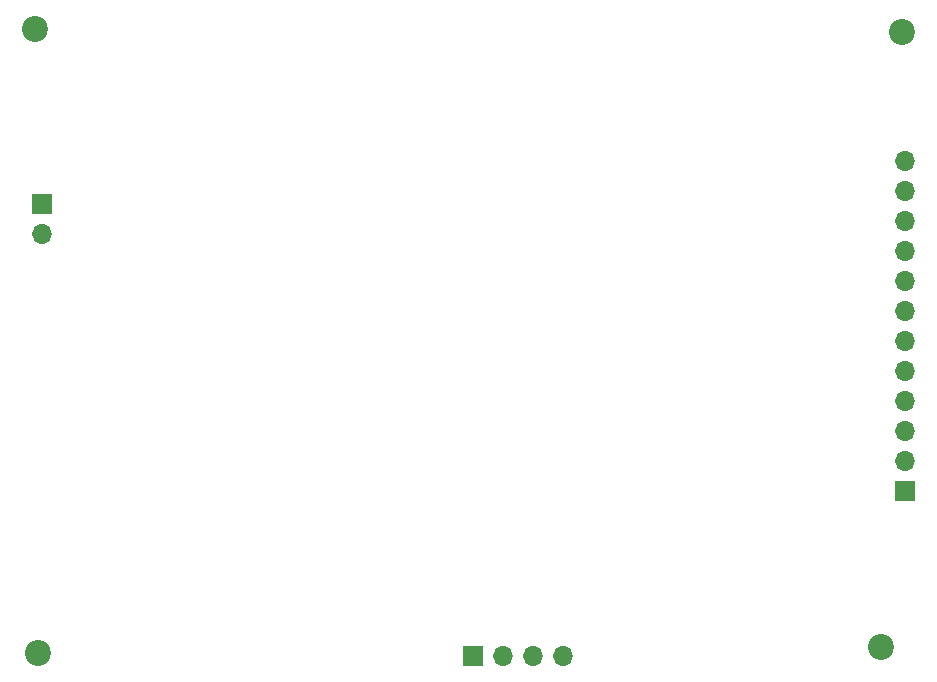
<source format=gbr>
%TF.GenerationSoftware,KiCad,Pcbnew,(6.0.10)*%
%TF.CreationDate,2023-03-06T12:11:40-08:00*%
%TF.ProjectId,PCM5242,50434d35-3234-4322-9e6b-696361645f70,rev?*%
%TF.SameCoordinates,Original*%
%TF.FileFunction,Soldermask,Bot*%
%TF.FilePolarity,Negative*%
%FSLAX46Y46*%
G04 Gerber Fmt 4.6, Leading zero omitted, Abs format (unit mm)*
G04 Created by KiCad (PCBNEW (6.0.10)) date 2023-03-06 12:11:40*
%MOMM*%
%LPD*%
G01*
G04 APERTURE LIST*
%ADD10C,2.200000*%
%ADD11R,1.700000X1.700000*%
%ADD12O,1.700000X1.700000*%
G04 APERTURE END LIST*
D10*
%TO.C,REF\u002A\u002A*%
X123952000Y-78486000D03*
%TD*%
D11*
%TO.C,J2*%
X124206000Y-117353000D03*
D12*
X124206000Y-114813000D03*
X124206000Y-112273000D03*
X124206000Y-109733000D03*
X124206000Y-107193000D03*
X124206000Y-104653000D03*
X124206000Y-102113000D03*
X124206000Y-99573000D03*
X124206000Y-97033000D03*
X124206000Y-94493000D03*
X124206000Y-91953000D03*
X124206000Y-89413000D03*
%TD*%
D11*
%TO.C,J3*%
X51100000Y-93100000D03*
D12*
X51100000Y-95640000D03*
%TD*%
D11*
%TO.C,J1*%
X87640000Y-131318000D03*
D12*
X90180000Y-131318000D03*
X92720000Y-131318000D03*
X95260000Y-131318000D03*
%TD*%
D10*
%TO.C,REF\u002A\u002A*%
X122174000Y-130556000D03*
%TD*%
%TO.C,REF\u002A\u002A*%
X50546000Y-78232000D03*
%TD*%
%TO.C,REF\u002A\u002A*%
X50800000Y-131064000D03*
%TD*%
M02*

</source>
